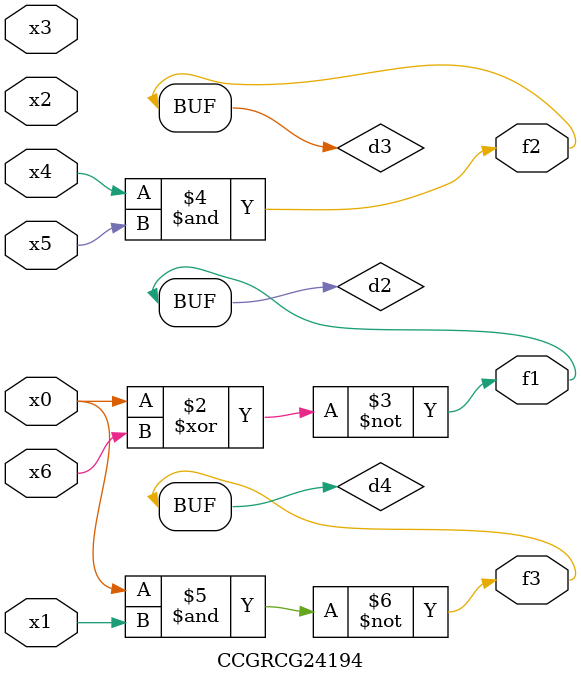
<source format=v>
module CCGRCG24194(
	input x0, x1, x2, x3, x4, x5, x6,
	output f1, f2, f3
);

	wire d1, d2, d3, d4;

	nor (d1, x0);
	xnor (d2, x0, x6);
	and (d3, x4, x5);
	nand (d4, x0, x1);
	assign f1 = d2;
	assign f2 = d3;
	assign f3 = d4;
endmodule

</source>
